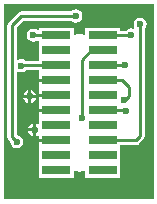
<source format=gbl>
G04 Layer_Physical_Order=2*
G04 Layer_Color=16711680*
%FSLAX25Y25*%
%MOIN*%
G70*
G01*
G75*
%ADD13C,0.01000*%
%ADD14C,0.02362*%
%ADD15R,0.09500X0.03000*%
G36*
X150394Y100394D02*
X100394D01*
X100394Y165354D01*
X150394D01*
Y100394D01*
D02*
G37*
%LPC*%
G36*
X124409Y163641D02*
X123558Y163472D01*
X122837Y162990D01*
X122808Y162947D01*
X106299D01*
X105714Y162830D01*
X105218Y162499D01*
X102068Y159349D01*
X101737Y158853D01*
X101620Y158268D01*
Y121114D01*
X101737Y120529D01*
X102068Y120033D01*
X102511Y119590D01*
X102501Y119539D01*
X102670Y118688D01*
X103152Y117967D01*
X103873Y117485D01*
X104724Y117315D01*
X105575Y117485D01*
X106297Y117967D01*
X106779Y118688D01*
X106948Y119539D01*
X106779Y120390D01*
X106297Y121112D01*
X105575Y121594D01*
X104724Y121763D01*
X104679Y121800D01*
Y142740D01*
X105179Y143007D01*
X105448Y142827D01*
X106299Y142658D01*
X107150Y142827D01*
X107872Y143309D01*
X107979Y143471D01*
X112214D01*
Y140539D01*
X117964D01*
Y139539D01*
X112214D01*
Y137539D01*
Y135539D01*
X117964D01*
Y134539D01*
X112214D01*
Y132539D01*
Y130539D01*
X117964D01*
Y129539D01*
X112214D01*
Y127539D01*
Y125621D01*
X111773Y125386D01*
X111520Y125555D01*
X111169Y125624D01*
Y123500D01*
Y121376D01*
X111520Y121446D01*
X111773Y121614D01*
X112214Y121379D01*
Y120539D01*
X117964D01*
Y119539D01*
X112214D01*
Y117539D01*
Y112539D01*
Y107539D01*
X123714D01*
Y109723D01*
X124214Y109917D01*
X124866Y109647D01*
X125641Y109545D01*
X126416Y109647D01*
X127068Y109917D01*
X127568Y109723D01*
Y107539D01*
X139068D01*
Y112539D01*
Y118471D01*
X144488D01*
X145073Y118587D01*
X145570Y118919D01*
X146948Y120297D01*
X147279Y120793D01*
X147396Y121378D01*
Y157060D01*
X147439Y157089D01*
X147921Y157810D01*
X148090Y158661D01*
X147921Y159512D01*
X147439Y160234D01*
X146717Y160716D01*
X145866Y160885D01*
X145015Y160716D01*
X144294Y160234D01*
X143812Y159512D01*
X143642Y158661D01*
X143812Y157810D01*
X143947Y157607D01*
X143944Y157599D01*
X143617Y157202D01*
X142913Y157342D01*
X142062Y157173D01*
X141341Y156691D01*
X141233Y156529D01*
X139068D01*
Y157539D01*
X127568D01*
Y155356D01*
X127068Y155161D01*
X126416Y155431D01*
X125641Y155534D01*
X124866Y155431D01*
X124214Y155161D01*
X123714Y155356D01*
Y157539D01*
X112214D01*
Y156923D01*
X112155Y156873D01*
X111714Y156702D01*
X111127Y157094D01*
X110276Y157263D01*
X109425Y157094D01*
X108703Y156612D01*
X108221Y155890D01*
X108052Y155039D01*
X108221Y154188D01*
X108703Y153467D01*
X109425Y152985D01*
X110276Y152815D01*
X111127Y152985D01*
X111714Y153377D01*
X112155Y153206D01*
X112214Y153156D01*
Y146529D01*
X107759D01*
X107150Y146936D01*
X106299Y147106D01*
X105448Y146936D01*
X105179Y146757D01*
X104679Y147024D01*
Y157634D01*
X106933Y159888D01*
X122808D01*
X122837Y159845D01*
X123558Y159363D01*
X124409Y159194D01*
X125260Y159363D01*
X125982Y159845D01*
X126464Y160566D01*
X126633Y161417D01*
X126464Y162268D01*
X125982Y162990D01*
X125260Y163472D01*
X124409Y163641D01*
D02*
G37*
G36*
X110169Y125624D02*
X109818Y125555D01*
X109097Y125073D01*
X108615Y124351D01*
X108545Y124000D01*
X110169D01*
Y125624D01*
D02*
G37*
G36*
Y123000D02*
X108545D01*
X108615Y122649D01*
X109097Y121927D01*
X109818Y121446D01*
X110169Y121376D01*
Y123000D01*
D02*
G37*
G36*
X108555Y136770D02*
X108204Y136700D01*
X107483Y136218D01*
X107001Y135497D01*
X106931Y135146D01*
X108555D01*
Y136770D01*
D02*
G37*
G36*
X109555D02*
Y135146D01*
X111179D01*
X111110Y135497D01*
X110628Y136218D01*
X109906Y136700D01*
X109555Y136770D01*
D02*
G37*
G36*
X108555Y134146D02*
X106931D01*
X107001Y133795D01*
X107483Y133073D01*
X108204Y132591D01*
X108555Y132521D01*
Y134146D01*
D02*
G37*
G36*
X111179D02*
X109555D01*
Y132521D01*
X109906Y132591D01*
X110628Y133073D01*
X111110Y133795D01*
X111179Y134146D01*
D02*
G37*
%LPD*%
D13*
X137000Y155000D02*
X143000D01*
X126378Y127559D02*
Y146841D01*
X129537Y150000D01*
X137000D01*
X103150Y121114D02*
X104724Y119539D01*
X140551Y133465D02*
X140945D01*
X137000Y140000D02*
X139764D01*
X140945Y133465D02*
X142126Y134646D01*
Y137638D01*
X139764Y140000D02*
X142126Y137638D01*
X140866Y130000D02*
X141083Y129783D01*
X106299Y161417D02*
X124409D01*
X103150Y158268D02*
X106299Y161417D01*
X103150Y121114D02*
Y158268D01*
X133318Y145039D02*
X140945D01*
X145866Y121378D02*
Y158661D01*
X144488Y120000D02*
X145866Y121378D01*
X137000Y120000D02*
X144488D01*
X106299Y145000D02*
X115740D01*
X110276Y155039D02*
X117964D01*
X130500Y130000D02*
X140866D01*
D14*
X142913Y155118D02*
D03*
X109055Y134646D02*
D03*
X110669Y123500D02*
D03*
X126378Y127559D02*
D03*
X104724Y119539D02*
D03*
X140551Y133465D02*
D03*
X141083Y129783D02*
D03*
X124409Y161417D02*
D03*
X140945Y145039D02*
D03*
X145866Y158661D02*
D03*
X106299Y144882D02*
D03*
X110276Y155039D02*
D03*
D15*
X117964Y115039D02*
D03*
Y155039D02*
D03*
Y150039D02*
D03*
Y145039D02*
D03*
Y140039D02*
D03*
Y135039D02*
D03*
Y130039D02*
D03*
Y125039D02*
D03*
Y120039D02*
D03*
Y110039D02*
D03*
X133318Y150039D02*
D03*
Y110039D02*
D03*
Y115039D02*
D03*
Y120039D02*
D03*
Y125039D02*
D03*
Y130039D02*
D03*
Y135039D02*
D03*
Y140039D02*
D03*
Y145039D02*
D03*
Y155039D02*
D03*
M02*

</source>
